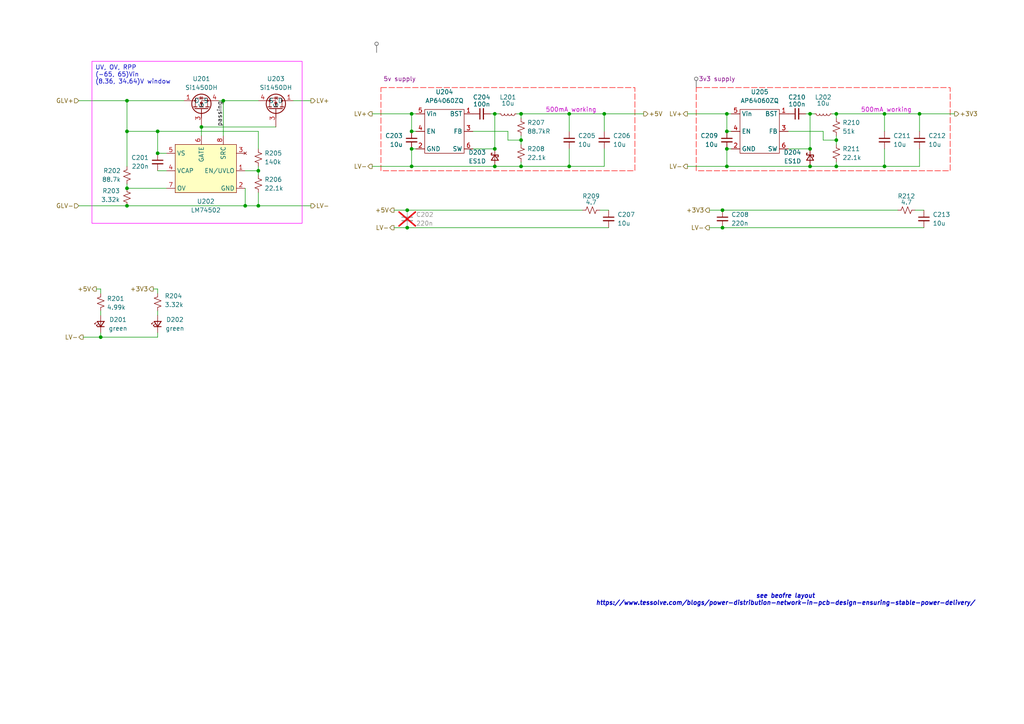
<source format=kicad_sch>
(kicad_sch (version 20250114) (generator "eeschema") (generator_version "9.0")
  (paper "A4")
  (title_block (title "BeeMS Master Board (A)") (rev "1.1") (company "UTA Racing") (comment 1 "Files at github.com/Gregification/BeeMS"))
  (lib_symbols
    (symbol "AP64060ZQ_1"
      (property "Reference" "U" (at 0.254 6.096 0))
      (property "Value" "AP64060ZQ" (at 0.508 3.81 0))
      (symbol "AP64060ZQ_1_0_1"
        (rectangle (start -5.08 2.54) (end 6.35 -10.16))
      )
      (symbol "AP64060ZQ_1_1_1"
        (pin input line (at -7.62 1.27 0) (length 2.54) (name "Vin") (number "5"))
        (pin input line (at -7.62 -3.81 0) (length 2.54) (name "EN") (number "4"))
        (pin input line (at -7.62 -8.89 0) (length 2.54) (name "GND") (number "2"))
        (pin input line (at 8.89 1.27 180) (length 2.54) (name "BST") (number "1"))
        (pin input line (at 8.89 -3.81 180) (length 2.54) (name "FB") (number "3"))
        (pin input line (at 8.89 -8.89 180) (length 2.54) (name "SW") (number "6"))
      )
    )
    (symbol "Device:C_Small" (pin_numbers (hide yes)) (pin_names (offset 0.254) (hide yes))
      (property "Reference" "C" (at 0.254 1.778 0))
      (property "Value" "C_Small" (at 0.254 -2.032 0))
      (symbol "C_Small_0_1"
        (polyline (pts (xy -1.524 0.508) (xy 1.524 0.508)) (stroke (width 0.3048)))
        (polyline (pts (xy -1.524 -0.508) (xy 1.524 -0.508)) (stroke (width 0.3302)))
      )
      (symbol "C_Small_1_1"
        (pin passive line (at 0 2.54 270) (length 2.032) (name "~") (number "1"))
        (pin passive line (at 0 -2.54 90) (length 2.032) (name "~") (number "2"))
      )
    )
    (symbol "Device:D_Schottky_Small" (pin_numbers (hide yes)) (pin_names (offset 0.254) (hide yes))
      (property "Reference" "D" (at -1.27 2.032 0))
      (property "Value" "D_Schottky_Small" (at -7.112 -2.032 0))
      (symbol "D_Schottky_Small_0_1"
        (polyline (pts (xy -1.27 0.762) (xy -1.27 1.016) (xy -0.762 1.016) (xy -0.762 -1.016) (xy -0.254 -1.016) (xy -0.254 -0.762)) (stroke (width 0.254)))
        (polyline (pts (xy -0.762 0) (xy 0.762 0)))
        (polyline (pts (xy 0.762 -1.016) (xy -0.762 0) (xy 0.762 1.016) (xy 0.762 -1.016)) (stroke (width 0.254)))
      )
      (symbol "D_Schottky_Small_1_1"
        (pin passive line (at -2.54 0 0) (length 1.778) (name "K") (number "1"))
        (pin passive line (at 2.54 0 180) (length 1.778) (name "A") (number "2"))
      )
    )
    (symbol "Device:LED_Small" (pin_numbers (hide yes)) (pin_names (offset 0.254) (hide yes))
      (property "Reference" "D" (at -1.27 3.175 0))
      (property "Value" "LED_Small" (at -4.445 -2.54 0))
      (symbol "LED_Small_0_1"
        (polyline (pts (xy -0.762 -1.016) (xy -0.762 1.016)) (stroke (width 0.254)))
        (polyline (pts (xy 0 0.762) (xy -0.508 1.27) (xy -0.254 1.27) (xy -0.508 1.27) (xy -0.508 1.016)))
        (polyline (pts (xy 0.508 1.27) (xy 0 1.778) (xy 0.254 1.778) (xy 0 1.778) (xy 0 1.524)))
        (polyline (pts (xy 0.762 -1.016) (xy -0.762 0) (xy 0.762 1.016) (xy 0.762 -1.016)) (stroke (width 0.254)))
        (polyline (pts (xy 1.016 0) (xy -0.762 0)))
      )
      (symbol "LED_Small_1_1"
        (pin passive line (at -2.54 0 0) (length 1.778) (name "K") (number "1"))
        (pin passive line (at 2.54 0 180) (length 1.778) (name "A") (number "2"))
      )
    )
    (symbol "Device:L_Small" (pin_numbers (hide yes)) (pin_names (offset 0.254) (hide yes))
      (property "Reference" "L" (at 0.762 1.016 0))
      (property "Value" "L_Small" (at 0.762 -1.016 0))
      (symbol "L_Small_0_1"
        (arc (start 0 2.032) (mid 0.5058 1.524) (end 0 1.016))
        (arc (start 0 1.016) (mid 0.5058 0.508) (end 0 0))
        (arc (start 0 0) (mid 0.5058 -0.508) (end 0 -1.016))
        (arc (start 0 -1.016) (mid 0.5058 -1.524) (end 0 -2.032))
      )
      (symbol "L_Small_1_1"
        (pin passive line (at 0 2.54 270) (length 0.508) (name "~") (number "1"))
        (pin passive line (at 0 -2.54 90) (length 0.508) (name "~") (number "2"))
      )
    )
    (symbol "Device:R_Small_US" (pin_numbers (hide yes)) (pin_names (offset 0.254) (hide yes))
      (property "Reference" "R" (at 0.762 0.508 0))
      (property "Value" "R_Small_US" (at 0.762 -1.016 0))
      (symbol "R_Small_US_1_1"
        (polyline (pts (xy 0 1.524) (xy 1.016 1.143) (xy 0 0.762) (xy -1.016 0.381) (xy 0 0)))
        (polyline (pts (xy 0 0) (xy 1.016 -0.381) (xy 0 -0.762) (xy -1.016 -1.143) (xy 0 -1.524)))
        (pin passive line (at 0 2.54 270) (length 1.016) (name "~") (number "1"))
        (pin passive line (at 0 -2.54 90) (length 1.016) (name "~") (number "2"))
      )
    )
    (symbol "zzLocalLibrary:LM74502"
      (property "Reference" "U" (at 0 -7.366 0))
      (property "Value" "LM74502" (at 0 -2.794 0))
      (symbol "LM74502_1_1"
        (rectangle (start -8.89 7.62) (end 8.89 -6.35) (fill (type background)))
        (pin input line (at -11.43 5.08 0) (length 2.54) (name "VS") (number "5"))
        (pin input line (at -11.43 0 0) (length 2.54) (name "VCAP") (number "4"))
        (pin input line (at -11.43 -5.08 0) (length 2.54) (name "OV") (number "7"))
        (pin input line (at -1.27 10.16 270) (length 2.54) (name "GATE") (number "6"))
        (pin input line (at 5.08 10.16 270) (length 2.54) (name "SRC") (number "8"))
        (pin no_connect line (at 11.43 5.08 180) (length 2.54) (name "") (number "3"))
        (pin input line (at 11.43 0 180) (length 2.54) (name "EN/UVLO") (number "1"))
        (pin input line (at 11.43 -5.08 180) (length 2.54) (name "GND") (number "2"))
      )
    )
    (symbol "zzLocalLibrary:Si1480DH"
      (property "Reference" "U" (at 0 0 0))
      (property "Value" "Si1450DH" (at 0 0 0))
      (symbol "Si1480DH_0_1"
        (polyline (pts (xy -2.54 -3.81) (xy -1.778 -3.81)))
        (polyline (pts (xy -2.286 -5.588) (xy -1.27 -5.588)) (stroke (width 0.254)))
        (polyline (pts (xy -1.905 -6.096) (xy 1.905 -6.096)) (stroke (width 0.254)))
        (circle (center -1.778 -3.81) (radius 0.254) (fill (type outline)))
        (polyline (pts (xy -0.508 -3.556) (xy -0.381 -3.429) (xy -0.381 -2.667) (xy -0.254 -2.54)))
        (polyline (pts (xy -0.508 -5.588) (xy 0.508 -5.588)) (stroke (width 0.254)))
        (polyline (pts (xy -0.381 -3.048) (xy 0.254 -3.429) (xy 0.254 -2.667) (xy -0.381 -3.048)))
        (circle (center 0 -4.699) (radius 2.794) (stroke (width 0.254)))
        (polyline (pts (xy 0 -5.334) (xy -0.381 -4.318) (xy 0.381 -4.318) (xy 0 -5.334)) (fill (type outline)))
        (polyline (pts (xy 0 -6.096) (xy 0 -8.89)))
        (polyline (pts (xy 1.27 -5.588) (xy 2.286 -5.588)) (stroke (width 0.254)))
        (circle (center 1.778 -3.81) (radius 0.254) (fill (type outline)))
        (polyline (pts (xy 1.778 -5.588) (xy 1.778 -3.048) (xy -1.778 -3.048) (xy -1.778 -5.588)))
        (polyline (pts (xy 2.54 -3.81) (xy 0 -3.81) (xy 0 -5.588)))
      )
      (symbol "Si1480DH_1_1"
        (pin passive line (at -5.08 -3.81 0) (length 2.54) (name "D") (number "1"))
        (pin passive line (at -5.08 -3.81 0) (length 2.54) (hide yes) (name "D") (number "2"))
        (pin passive line (at -5.08 -3.81 0) (length 2.54) (hide yes) (name "D") (number "5"))
        (pin passive line (at -5.08 -3.81 0) (length 2.54) (hide yes) (name "D") (number "6"))
        (pin input line (at 0 -11.43 90) (length 5.08) (name "G") (number "3"))
        (pin passive line (at 5.08 -3.81 180) (length 2.54) (name "S") (number "4"))
      )
    )
  )
  (text "see beofre layout\nhttps://www.tessolve.com/blogs/power-distribution-network-in-pcb-design-ensuring-stable-power-delivery/" (at 227.838 173.99 0) (effects (font (size 1.27 1.27) (thickness 0.254) (bold yes) (italic yes))))
  (text "500mA working" (at 158.242 31.242 0) (effects (font (size 1.27 1.27)) (justify left top)))
  (text "500mA working" (at 249.682 31.242 0) (effects (font (size 1.27 1.27)) (justify left top)))
  (text_box "UV, OV, RPP\n(-65, 65)Vin\n(8.36, 34.64)V window" (at 26.67 17.78 0) (size 60.96 46.99) (margins 0.9525 0.9525 0.9525 0.9525) (stroke (width 0) (color 255 0 255 1)) (effects (font (size 1.27 1.27)) (justify left top)))
  (junction (at 58.42 36.83))
  (junction (at 143.51 43.18))
  (junction (at 45.72 44.45))
  (junction (at 119.38 38.1))
  (junction (at 143.51 33.02))
  (junction (at 151.13 48.26))
  (junction (at 242.57 40.64))
  (junction (at 234.95 43.18))
  (junction (at 143.51 48.26))
  (junction (at 210.82 48.26))
  (junction (at 266.7 33.02))
  (junction (at 242.57 33.02))
  (junction (at 256.54 48.26))
  (junction (at 36.83 54.61))
  (junction (at 36.83 38.1))
  (junction (at 36.83 59.69))
  (junction (at 210.82 38.1))
  (junction (at 210.82 43.18))
  (junction (at 118.11 66.04))
  (junction (at 119.38 33.02))
  (junction (at 119.38 43.18))
  (junction (at 151.13 40.64))
  (junction (at 165.1 48.26))
  (junction (at 175.26 33.02))
  (junction (at 210.82 33.02))
  (junction (at 29.21 97.79))
  (junction (at 256.54 33.02))
  (junction (at 242.57 48.26))
  (junction (at 165.1 33.02))
  (junction (at 234.95 48.26))
  (junction (at 71.12 59.69))
  (junction (at 74.93 59.69))
  (junction (at 151.13 33.02))
  (junction (at 45.72 38.1))
  (junction (at 119.38 48.26))
  (junction (at 209.55 60.96))
  (junction (at 74.93 49.53))
  (junction (at 36.83 29.21))
  (junction (at 118.11 60.96))
  (junction (at 209.55 66.04))
  (junction (at 234.95 33.02))
  (junction (at 64.77 29.21))
  (wire (pts (xy 22.86 59.69) (xy 36.83 59.69)))
  (wire (pts (xy 175.26 43.18) (xy 175.26 48.26)))
  (wire (pts (xy 74.93 49.53) (xy 74.93 50.8)))
  (wire (pts (xy 205.74 66.04) (xy 209.55 66.04)))
  (wire (pts (xy 58.42 36.83) (xy 58.42 39.37)))
  (wire (pts (xy 118.11 66.04) (xy 176.53 66.04)))
  (wire (pts (xy 205.74 60.96) (xy 209.55 60.96)))
  (wire (pts (xy 107.95 33.02) (xy 119.38 33.02)))
  (wire (pts (xy 114.3 60.96) (xy 118.11 60.96)))
  (wire (pts (xy 199.39 33.02) (xy 210.82 33.02)))
  (wire (pts (xy 63.5 29.21) (xy 64.77 29.21)))
  (wire (pts (xy 242.57 34.29) (xy 242.57 33.02)))
  (wire (pts (xy 119.38 33.02) (xy 120.65 33.02)))
  (wire (pts (xy 74.93 59.69) (xy 90.17 59.69)))
  (wire (pts (xy 234.95 33.02) (xy 236.22 33.02)))
  (wire (pts (xy 266.7 43.18) (xy 266.7 48.26)))
  (wire (pts (xy 119.38 48.26) (xy 143.51 48.26)))
  (wire (pts (xy 228.6 43.18) (xy 234.95 43.18)))
  (wire (pts (xy 45.72 38.1) (xy 45.72 44.45)))
  (wire (pts (xy 45.72 83.82) (xy 45.72 85.09)))
  (wire (pts (xy 29.21 97.79) (xy 29.21 96.52)))
  (wire (pts (xy 151.13 34.29) (xy 151.13 33.02)))
  (wire (pts (xy 242.57 33.02) (xy 256.54 33.02)))
  (wire (pts (xy 173.99 60.96) (xy 176.53 60.96)))
  (wire (pts (xy 256.54 33.02) (xy 266.7 33.02)))
  (wire (pts (xy 120.65 38.1) (xy 119.38 38.1)))
  (wire (pts (xy 151.13 46.99) (xy 151.13 48.26)))
  (wire (pts (xy 107.95 48.26) (xy 119.38 48.26)))
  (wire (pts (xy 151.13 33.02) (xy 165.1 33.02)))
  (wire (pts (xy 147.32 40.64) (xy 151.13 40.64)))
  (wire (pts (xy 36.83 59.69) (xy 71.12 59.69)))
  (wire (pts (xy 149.86 33.02) (xy 151.13 33.02)))
  (wire (pts (xy 71.12 49.53) (xy 74.93 49.53)))
  (wire (pts (xy 151.13 40.64) (xy 151.13 41.91)))
  (wire (pts (xy 143.51 33.02) (xy 142.24 33.02)))
  (wire (pts (xy 58.42 36.83) (xy 80.01 36.83)))
  (wire (pts (xy 165.1 48.26) (xy 165.1 43.18)))
  (wire (pts (xy 85.09 29.21) (xy 90.17 29.21)))
  (wire (pts (xy 266.7 33.02) (xy 266.7 38.1)))
  (wire (pts (xy 234.95 33.02) (xy 233.68 33.02)))
  (wire (pts (xy 45.72 38.1) (xy 36.83 38.1)))
  (wire (pts (xy 256.54 33.02) (xy 256.54 38.1)))
  (wire (pts (xy 209.55 60.96) (xy 260.35 60.96)))
  (wire (pts (xy 165.1 33.02) (xy 165.1 38.1)))
  (wire (pts (xy 71.12 59.69) (xy 71.12 54.61)))
  (wire (pts (xy 44.45 83.82) (xy 45.72 83.82)))
  (wire (pts (xy 22.86 29.21) (xy 36.83 29.21)))
  (wire (pts (xy 36.83 53.34) (xy 36.83 54.61)))
  (wire (pts (xy 256.54 48.26) (xy 266.7 48.26)))
  (wire (pts (xy 151.13 48.26) (xy 165.1 48.26)))
  (wire (pts (xy 27.94 83.82) (xy 29.21 83.82)))
  (wire (pts (xy 212.09 43.18) (xy 210.82 43.18)))
  (wire (pts (xy 242.57 48.26) (xy 256.54 48.26)))
  (wire (pts (xy 210.82 48.26) (xy 234.95 48.26)))
  (wire (pts (xy 45.72 91.44) (xy 45.72 90.17)))
  (wire (pts (xy 265.43 60.96) (xy 267.97 60.96)))
  (wire (pts (xy 74.93 48.26) (xy 74.93 49.53)))
  (wire (pts (xy 175.26 33.02) (xy 186.69 33.02)))
  (wire (pts (xy 36.83 54.61) (xy 48.26 54.61)))
  (wire (pts (xy 266.7 33.02) (xy 276.86 33.02)))
  (wire (pts (xy 228.6 38.1) (xy 238.76 38.1)))
  (wire (pts (xy 256.54 48.26) (xy 256.54 43.18)))
  (wire (pts (xy 238.76 38.1) (xy 238.76 40.64)))
  (wire (pts (xy 238.76 40.64) (xy 242.57 40.64)))
  (wire (pts (xy 199.39 48.26) (xy 210.82 48.26)))
  (wire (pts (xy 210.82 43.18) (xy 210.82 48.26)))
  (wire (pts (xy 242.57 46.99) (xy 242.57 48.26)))
  (wire (pts (xy 137.16 43.18) (xy 143.51 43.18)))
  (wire (pts (xy 45.72 49.53) (xy 48.26 49.53)))
  (wire (pts (xy 137.16 38.1) (xy 147.32 38.1)))
  (wire (pts (xy 29.21 83.82) (xy 29.21 85.09)))
  (wire (pts (xy 120.65 43.18) (xy 119.38 43.18)))
  (wire (pts (xy 165.1 33.02) (xy 175.26 33.02)))
  (wire (pts (xy 242.57 40.64) (xy 242.57 41.91)))
  (wire (pts (xy 36.83 29.21) (xy 36.83 38.1)))
  (wire (pts (xy 212.09 38.1) (xy 210.82 38.1)))
  (wire (pts (xy 29.21 91.44) (xy 29.21 90.17)))
  (wire (pts (xy 143.51 33.02) (xy 144.78 33.02)))
  (wire (pts (xy 36.83 29.21) (xy 53.34 29.21)))
  (wire (pts (xy 64.77 29.21) (xy 74.93 29.21)))
  (wire (pts (xy 36.83 38.1) (xy 36.83 48.26)))
  (wire (pts (xy 241.3 33.02) (xy 242.57 33.02)))
  (wire (pts (xy 74.93 38.1) (xy 45.72 38.1)))
  (wire (pts (xy 45.72 97.79) (xy 45.72 96.52)))
  (wire (pts (xy 175.26 33.02) (xy 175.26 38.1)))
  (wire (pts (xy 210.82 33.02) (xy 212.09 33.02)))
  (wire (pts (xy 210.82 38.1) (xy 210.82 33.02)))
  (wire (pts (xy 45.72 44.45) (xy 48.26 44.45)))
  (wire (pts (xy 209.55 66.04) (xy 267.97 66.04)))
  (wire (pts (xy 234.95 33.02) (xy 234.95 43.18)))
  (wire (pts (xy 119.38 43.18) (xy 119.38 48.26)))
  (wire (pts (xy 147.32 38.1) (xy 147.32 40.64)))
  (wire (pts (xy 118.11 60.96) (xy 168.91 60.96)))
  (wire (pts (xy 74.93 38.1) (xy 74.93 43.18)))
  (wire (pts (xy 151.13 39.37) (xy 151.13 40.64)))
  (wire (pts (xy 64.77 29.21) (xy 64.77 39.37)))
  (wire (pts (xy 234.95 48.26) (xy 242.57 48.26)))
  (wire (pts (xy 114.3 66.04) (xy 118.11 66.04)))
  (wire (pts (xy 165.1 48.26) (xy 175.26 48.26)))
  (wire (pts (xy 242.57 39.37) (xy 242.57 40.64)))
  (wire (pts (xy 71.12 59.69) (xy 74.93 59.69)))
  (wire (pts (xy 29.21 97.79) (xy 45.72 97.79)))
  (wire (pts (xy 143.51 33.02) (xy 143.51 43.18)))
  (wire (pts (xy 143.51 48.26) (xy 151.13 48.26)))
  (wire (pts (xy 119.38 38.1) (xy 119.38 33.02)))
  (wire (pts (xy 74.93 55.88) (xy 74.93 59.69)))
  (wire (pts (xy 24.13 97.79) (xy 29.21 97.79)))
  (label "passing" (at 64.77 29.21 270))
  (hierarchical_label "+5V" (shape output) (at 27.94 83.82 180))
  (hierarchical_label "LV-" (shape output) (at 199.39 48.26 180))
  (hierarchical_label "LV-" (shape output) (at 114.3 66.04 180))
  (hierarchical_label "LV-" (shape output) (at 24.13 97.79 180))
  (hierarchical_label "+3V3" (shape output) (at 44.45 83.82 180))
  (hierarchical_label "GLV-" (shape input) (at 22.86 59.69 180))
  (hierarchical_label "+3V3" (shape output) (at 205.74 60.96 180))
  (hierarchical_label "LV+" (shape output) (at 199.39 33.02 180))
  (hierarchical_label "LV+" (shape output) (at 90.17 29.21 0))
  (hierarchical_label "LV+" (shape output) (at 107.95 33.02 180))
  (hierarchical_label "GLV+" (shape input) (at 22.86 29.21 180))
  (hierarchical_label "+5V" (shape output) (at 114.3 60.96 180))
  (hierarchical_label "+3V3" (shape output) (at 276.86 33.02 0))
  (hierarchical_label "+5V" (shape output) (at 186.69 33.02 0))
  (hierarchical_label "LV-" (shape output) (at 107.95 48.26 180))
  (hierarchical_label "LV-" (shape output) (at 205.74 66.04 180))
  (hierarchical_label "LV-" (shape output) (at 90.17 59.69 0))
  (rule_area (polyline (pts (xy 201.93 25.4) (xy 275.59 25.4) (xy 275.59 49.53) (xy 201.93 49.53)) (stroke (width 0) (type dash))))
  (rule_area (polyline (pts (xy 110.49 25.4) (xy 184.15 25.4) (xy 184.15 49.53) (xy 110.49 49.53)) (stroke (width 0) (type dash))))
  (netclass_flag "" (length 2.54) (shape round) (at 201.93 25.4 0) (property "Netclass" "3v3 supply" (at 202.6285 22.86 0) (effects (justify left))) (property "Component Class" "lv buck" (at 199.39 -149.86 90) (effects (font (italic yes)))))
  (netclass_flag "" (length 2.54) (shape round) (at 109.22 15.24 0) (property "Netclass" "5v supply" (at 111.1885 22.86 0) (effects (justify left))) (property "Component Class" "lv buck" (at 106.68 -160.02 90) (effects (font (italic yes)))))
  (symbol (lib_id "Device:R_Small_US") (at 151.13 44.45 180) (unit 1)
    (property "Reference" "R208" (at 152.908 43.18 0) (effects (justify right)))
    (property "Value" "22.1k" (at 152.908 45.72 0) (effects (justify right)))
    (property "Footprint" "Resistor_SMD:R_0805_2012Metric_Pad1.20x1.40mm_HandSolder" (effects (hide yes)))
    (property "Description" "Resistor, US symbol" (effects (hide yes)))
    (property "mouser" "https://www.mouser.com/ProductDetail/YAGEO/AC0805FR-0722K1L?qs=sGAEpiMZZMvdGkrng054txZnKwhPFOhA%2Fb1BRlUBP24%3D" (effects (hide yes)))
    (property "specs" "22.1kR, 1%, 125mW, 150V, 100ppm, -55C, +155C" (effects (hide yes)))
    (property "unit x10" "0.011" (effects (hide yes)))
    (property "unit x1" "0.10" (effects (hide yes)))
  )
  (symbol (lib_id "Device:L_Small") (at 238.76 33.02 270) (unit 1)
    (property "Reference" "L202" (at 238.76 28.194 90))
    (property "Value" "10u" (at 238.76 29.972 90))
    (property "Footprint" "Inductor_SMD:L_1210_3225Metric_Pad1.42x2.65mm_HandSolder" (effects (hide yes)))
    (property "Description" "Inductor, small symbol" (effects (hide yes)))
    (property "specs" "10uH, 172mR, semi-sh , 900mA max, 900mA sat, 23MHz s-rez" (effects (hide yes)))
    (property "mouser" "https://www.mouser.com/ProductDetail/TAIYO-YUDEN/CBC3225T100KR?qs=I6KAKw0tg2xBtBHDie3dYA%3D%3D" (effects (hide yes)))
    (property "unit x10" "0.156" (effects (hide yes)))
    (property "unit x1" "0.19" (effects (hide yes)))
  )
  (symbol (lib_name "AP64060ZQ_1") (lib_id "zzLocalLibrary:AP64060ZQ") (at 219.71 34.29 0) (unit 1)
    (property "Reference" "U205" (at 220.345 26.67 0))
    (property "Value" "AP64060ZQ" (at 220.345 29.21 0))
    (property "Footprint" "Package_TO_SOT_SMD:TSOT-23-6" (effects (hide yes)))
    (property "Datasheet" "https://www.diodes.com/datasheet/download/AP64060Q_AP64060TQ_AP64060ZQ.pdf" (effects (hide yes)))
    (property "mouser" "https://www.mouser.com/ProductDetail/Diodes-Incorporated/AP64060ZQWU-7?qs=savM97goi5j31AksU5P1Gg%3D%3D" (effects (hide yes)))
    (property "unit x10" "0.325" (effects (hide yes)))
    (property "unit x1" "0.46" (effects (hide yes)))
    (property "note" "different versions have different R-divider ratios for output" (effects (hide yes)))
  )
  (symbol (lib_id "Device:C_Small") (at 118.11 63.5 0) (unit 1) (in_bom no) (on_board no) (dnp yes)
    (property "Reference" "C202" (at 120.65 62.2362 0) (effects (justify left)))
    (property "Value" "220n" (at 120.65 64.7762 0) (effects (justify left)))
    (property "Footprint" "Capacitor_SMD:C_0805_2012Metric_Pad1.18x1.45mm_HandSolder" (effects (hide yes)))
    (property "Datasheet" "https://www.mouser.com/ProductDetail/Samsung-Electro-Mechanics/CL31B224KBFNNNF?qs=sGAEpiMZZMsh%252B1woXyUXj7iNKXiFkBmw7C%252BUlKpuDJ8%3D" (effects (hide yes)))
    (property "mouser" "https://www.mouser.com/ProductDetail/Samsung-Electro-Mechanics/CL21B224KCFSFNE?qs=664zcAxDQ0l4Y1eUk6Zc1g%3D%3D" (effects (hide yes)))
    (property "specs" "100VDC, X7R, 10%, -55C, +125C, 220nF" (effects (hide yes)))
    (property "unit x10" "0.054" (effects (hide yes)))
  )
  (symbol (lib_id "Device:C_Small") (at 231.14 33.02 90) (unit 1)
    (property "Reference" "C210" (at 231.14 28.194 90))
    (property "Value" "100n" (at 231.14 30.226 90))
    (property "Footprint" "Capacitor_SMD:C_1206_3216Metric_Pad1.33x1.80mm_HandSolder" (effects (hide yes)))
    (property "mouser" "https://www.mouser.com/ProductDetail/Walsin/1206B104K201CT?qs=fIkAfuXiAQKvqIFf8la7zg%3D%3D" (effects (hide yes)))
    (property "specs" "100nF, 200VDC, X7R, 10%, -55C, +125C" (effects (hide yes)))
    (property "unit x10" "0.045" (effects (hide yes)))
    (property "unit x1" "0.11" (effects (hide yes)))
  )
  (symbol (lib_id "Device:C_Small") (at 256.54 40.64 0) (unit 1)
    (property "Reference" "C211" (at 259.08 39.3762 0) (effects (justify left)))
    (property "Value" "10u" (at 259.08 41.9162 0) (effects (justify left)))
    (property "Footprint" "Capacitor_SMD:C_1206_3216Metric_Pad1.33x1.80mm_HandSolder" (effects (hide yes)))
    (property "mouser" "https://www.mouser.com/ProductDetail/Samsung-Electro-Mechanics/CL31A106KBHNNNE?qs=sGAEpiMZZMsh%252B1woXyUXjxqcB7t9naYpzWmpMbMJIKQ%3D" (effects (hide yes)))
    (property "specs" "10uF, 50VDC, X5R, 10%, -55C, +85C" (effects (hide yes)))
    (property "unit x10" "0.07" (effects (hide yes)))
  )
  (symbol (lib_id "Device:C_Small") (at 175.26 40.64 0) (unit 1)
    (property "Reference" "C206" (at 177.8 39.3762 0) (effects (justify left)))
    (property "Value" "10u" (at 177.8 41.9162 0) (effects (justify left)))
    (property "Footprint" "Capacitor_SMD:C_1206_3216Metric_Pad1.33x1.80mm_HandSolder" (effects (hide yes)))
    (property "mouser" "https://www.mouser.com/ProductDetail/Samsung-Electro-Mechanics/CL31A106KBHNNNE?qs=sGAEpiMZZMsh%252B1woXyUXjxqcB7t9naYpzWmpMbMJIKQ%3D" (effects (hide yes)))
    (property "specs" "10uF, 50VDC, X5R, 10%, -55C, +85C" (effects (hide yes)))
    (property "unit x10" "0.07" (effects (hide yes)))
  )
  (symbol (lib_id "Device:L_Small") (at 147.32 33.02 270) (unit 1)
    (property "Reference" "L201" (at 147.32 28.194 90))
    (property "Value" "10u" (at 147.32 29.972 90))
    (property "Footprint" "Inductor_SMD:L_1210_3225Metric_Pad1.42x2.65mm_HandSolder" (effects (hide yes)))
    (property "Description" "Inductor, small symbol" (effects (hide yes)))
    (property "specs" "10uH, 172mR, semi-sh , 900mA max, 900mA sat, 23MHz s-rez" (effects (hide yes)))
    (property "mouser" "https://www.mouser.com/ProductDetail/TAIYO-YUDEN/CBC3225T100KR?qs=I6KAKw0tg2xBtBHDie3dYA%3D%3D" (effects (hide yes)))
    (property "unit x10" "0.156" (effects (hide yes)))
    (property "unit x1" "0.19" (effects (hide yes)))
  )
  (symbol (lib_id "zzLocalLibrary:Si1480DH") (at 58.42 25.4 0) (unit 1)
    (property "Reference" "U201" (at 58.42 22.86 0))
    (property "Value" "Si1450DH" (at 58.42 25.4 0))
    (property "Footprint" "Package_TO_SOT_SMD:SOT-363_SC-70-6_Handsoldering" (effects (hide yes)))
    (property "Datasheet" "https://www.vishay.com/docs/67327/si1480dh.pdf" (effects (hide yes)))
    (property "specs" "2.6A cont, 200mOhm, 100Vds, +-20Vgs, -55C, +150C" (effects (hide yes)))
    (property "mouser" "https://www.mouser.com/ProductDetail/Vishay-Siliconix/SI1480DH-T1-BE3?qs=zW32dvEIR3scWOH7DHfYCg%3D%3D" (effects (hide yes)))
    (property "unit x10" "0.274" (effects (hide yes)))
    (property "unit x1" "0.34" (effects (hide yes)))
  )
  (symbol (lib_id "Device:R_Small_US") (at 151.13 36.83 180) (unit 1)
    (property "Reference" "R207" (at 152.908 35.56 0) (effects (justify right)))
    (property "Value" "88.7kR" (at 152.908 38.1 0) (effects (justify right)))
    (property "Footprint" "Resistor_SMD:R_0805_2012Metric_Pad1.20x1.40mm_HandSolder" (effects (hide yes)))
    (property "Description" "Resistor, US symbol" (effects (hide yes)))
    (property "mouser" "https://www.mouser.com/ProductDetail/YAGEO/AC0805FR-0788K7L?qs=sGAEpiMZZMvdGkrng054txZnKwhPFOhAEd4B%2FsmRVts%3D" (effects (hide yes)))
    (property "specs" "88.7kR, 125mW, 150V, 100ppm, 1%, -55C, +155C" (effects (hide yes)))
    (property "unit x10" "0.011" (effects (hide yes)))
    (property "unit x1" "0.01" (effects (hide yes)))
  )
  (symbol (lib_id "Device:LED_Small") (at 29.21 93.98 90) (unit 1)
    (property "Reference" "D201" (at 34.2265 92.71 90))
    (property "Value" "green" (at 34.2265 95.25 90))
    (property "Footprint" "LED_SMD:LED_0805_2012Metric_Pad1.15x1.40mm_HandSolder" (effects (hide yes)))
    (property "Description" "Light emitting diode, small symbol" (effects (hide yes)))
    (property "specs" "5mA, 90mW, 2.5Vf, 5Vr, 525nm, 230mcd" (effects (hide yes)))
    (property "mouser" "https://www.mouser.com/ProductDetail/Inolux/IN-S85CS5G?qs=stqOd1AaK78kgbAhYU96ww%3D%3D" (effects (hide yes)))
    (property "unit x10" "0.187" (effects (hide yes)))
    (property "unit x1" "0.27" (effects (hide yes)))
  )
  (symbol (lib_id "Device:C_Small") (at 266.7 40.64 0) (unit 1)
    (property "Reference" "C212" (at 269.24 39.3762 0) (effects (justify left)))
    (property "Value" "10u" (at 269.24 41.9162 0) (effects (justify left)))
    (property "Footprint" "Capacitor_SMD:C_1206_3216Metric_Pad1.33x1.80mm_HandSolder" (effects (hide yes)))
    (property "mouser" "https://www.mouser.com/ProductDetail/Samsung-Electro-Mechanics/CL31A106KBHNNNE?qs=sGAEpiMZZMsh%252B1woXyUXjxqcB7t9naYpzWmpMbMJIKQ%3D" (effects (hide yes)))
    (property "specs" "10uF, 50VDC, X5R, 10%, -55C, +85C" (effects (hide yes)))
    (property "unit x10" "0.07" (effects (hide yes)))
  )
  (symbol (lib_id "Device:LED_Small") (at 45.72 93.98 90) (unit 1)
    (property "Reference" "D202" (at 50.7365 92.71 90))
    (property "Value" "green" (at 50.7365 95.25 90))
    (property "Footprint" "LED_SMD:LED_0805_2012Metric_Pad1.15x1.40mm_HandSolder" (effects (hide yes)))
    (property "Description" "Light emitting diode, small symbol" (effects (hide yes)))
    (property "specs" "5mA, 90mW, 2.5Vf, 5Vr, 525nm, 230mcd" (effects (hide yes)))
    (property "mouser" "https://www.mouser.com/ProductDetail/Inolux/IN-S85CS5G?qs=stqOd1AaK78kgbAhYU96ww%3D%3D" (effects (hide yes)))
    (property "unit x10" "0.187" (effects (hide yes)))
    (property "unit x1" "0.27" (effects (hide yes)))
  )
  (symbol (lib_id "Device:R_Small_US") (at 74.93 45.72 180) (unit 1)
    (property "Reference" "R205" (at 76.708 44.45 0) (effects (justify right)))
    (property "Value" "140k" (at 76.708 46.99 0) (effects (justify right)))
    (property "Footprint" "Resistor_SMD:R_0805_2012Metric_Pad1.20x1.40mm_HandSolder" (effects (hide yes)))
    (property "Description" "Resistor, US symbol" (effects (hide yes)))
    (property "mouser" "https://www.mouser.com/ProductDetail/Vishay/CRCW0805140KFKEA?qs=sGAEpiMZZMvdGkrng054txEw7b1YnvGux3M%252BRoZPq4Q%3D" (effects (hide yes)))
    (property "specs" "140k ohm, 250mW, 150V, 1%, 100ppm, -55C, +155C" (effects (hide yes)))
    (property "unit x10" "0.026" (effects (hide yes)))
    (property "unit x1" "0.10" (effects (hide yes)))
  )
  (symbol (lib_id "Device:R_Small_US") (at 262.89 60.96 270) (unit 1)
    (property "Reference" "R212" (at 262.89 56.896 90))
    (property "Value" "4.7" (at 262.89 58.674 90))
    (property "Footprint" "Resistor_SMD:R_1206_3216Metric_Pad1.30x1.75mm_HandSolder" (effects (hide yes)))
    (property "Description" "Resistor, US symbol" (effects (hide yes)))
    (property "mouser" "https://www.mouser.com/ProductDetail/SEI-Stackpole/RPC1206JT4R70-UP?qs=sGAEpiMZZMvdGkrng054txLI%2FDB4oIKDXtdLgSWjnqmlrhSMIqpoQw%3D%3D" (effects (hide yes)))
    (property "specs" "4.7 ohm, 750mW, 500V, pulse, 5% 200ppm, -55C, +155C" (effects (hide yes)))
    (property "unit x10" "0.058" (effects (hide yes)))
    (property "unit x1" "0.24" (effects (hide yes)))
  )
  (symbol (lib_id "Device:R_Small_US") (at 171.45 60.96 270) (unit 1)
    (property "Reference" "R209" (at 171.45 56.896 90))
    (property "Value" "4.7" (at 171.45 58.674 90))
    (property "Footprint" "Resistor_SMD:R_1206_3216Metric_Pad1.30x1.75mm_HandSolder" (effects (hide yes)))
    (property "Description" "Resistor, US symbol" (effects (hide yes)))
    (property "mouser" "https://www.mouser.com/ProductDetail/SEI-Stackpole/RPC1206JT4R70-UP?qs=sGAEpiMZZMvdGkrng054txLI%2FDB4oIKDXtdLgSWjnqmlrhSMIqpoQw%3D%3D" (effects (hide yes)))
    (property "specs" "4.7 ohm, 750mW, 500V, pulse, 5% 200ppm, -55C, +155C" (effects (hide yes)))
    (property "unit x10" "0.058" (effects (hide yes)))
    (property "unit x1" "0.24" (effects (hide yes)))
  )
  (symbol (lib_id "zzLocalLibrary:LM74502") (at 59.69 49.53 0) (unit 1)
    (property "Reference" "U202" (at 59.69 58.42 0))
    (property "Value" "LM74502" (at 59.69 60.96 0))
    (property "Footprint" "Package_TO_SOT_SMD:SOT-23-8_Handsoldering" (effects (hide yes)))
    (property "Datasheet" "https://www.ti.com/lit/ds/symlink/lm74502h.pdf" (effects (hide yes)))
    (property "Description" "Low IQ High Side Switch Controller with Reverse Polarity and Overvoltage Protection" (effects (hide yes)))
    (property "mouser" "https://www.mouser.com/ProductDetail/Texas-Instruments/LM74502QDDFRQ1?qs=t7xnP681wgUL5Js0bhGeCA%3D%3D" (effects (hide yes)))
    (property "unit x1" "2.04" (effects (hide yes)))
    (property "unirt x10" "1.51" (effects (hide yes)))
  )
  (symbol (lib_id "Device:R_Small_US") (at 36.83 50.8 0) (mirror x) (unit 1)
    (property "Reference" "R202" (at 35.052 49.53 0) (effects (justify right)))
    (property "Value" "88.7k" (at 35.052 52.07 0) (effects (justify right)))
    (property "Footprint" "Resistor_SMD:R_0805_2012Metric_Pad1.20x1.40mm_HandSolder" (effects (hide yes)))
    (property "Description" "Resistor, US symbol" (effects (hide yes)))
    (property "mouser" "https://www.mouser.com/ProductDetail/YAGEO/AC0805FR-0788K7L?qs=sGAEpiMZZMvdGkrng054txZnKwhPFOhAEd4B%2FsmRVts%3D" (effects (hide yes)))
    (property "specs" "88.7kR, 125mW, 150V, 100ppm, 1%, -55C, +155C" (effects (hide yes)))
    (property "unit x10" "0.011" (effects (hide yes)))
    (property "unit x1" "0.01" (effects (hide yes)))
  )
  (symbol (lib_id "Device:C_Small") (at 267.97 63.5 0) (unit 1)
    (property "Reference" "C213" (at 270.51 62.2362 0) (effects (justify left)))
    (property "Value" "10u" (at 270.51 64.7762 0) (effects (justify left)))
    (property "Footprint" "Capacitor_SMD:C_1206_3216Metric_Pad1.33x1.80mm_HandSolder" (effects (hide yes)))
    (property "mouser" "https://www.mouser.com/ProductDetail/Samsung-Electro-Mechanics/CL31A106KBHNNNE?qs=sGAEpiMZZMsh%252B1woXyUXjxqcB7t9naYpzWmpMbMJIKQ%3D" (effects (hide yes)))
    (property "specs" "10uF, 50VDC, X5R, 10%, -55C, +85C" (effects (hide yes)))
    (property "unit x10" "0.07" (effects (hide yes)))
  )
  (symbol (lib_id "Device:C_Small") (at 139.7 33.02 90) (unit 1)
    (property "Reference" "C204" (at 139.7 28.194 90))
    (property "Value" "100n" (at 139.7 30.226 90))
    (property "Footprint" "Capacitor_SMD:C_1206_3216Metric_Pad1.33x1.80mm_HandSolder" (effects (hide yes)))
    (property "mouser" "https://www.mouser.com/ProductDetail/Walsin/1206B104K201CT?qs=fIkAfuXiAQKvqIFf8la7zg%3D%3D" (effects (hide yes)))
    (property "specs" "100nF, 200VDC, X7R, 10%, -55C, +125C" (effects (hide yes)))
    (property "unit x10" "0.045" (effects (hide yes)))
    (property "unit x1" "0.11" (effects (hide yes)))
  )
  (symbol (lib_id "Device:R_Small_US") (at 242.57 44.45 180) (unit 1)
    (property "Reference" "R211" (at 244.348 43.18 0) (effects (justify right)))
    (property "Value" "22.1k" (at 244.348 45.72 0) (effects (justify right)))
    (property "Footprint" "Resistor_SMD:R_0805_2012Metric_Pad1.20x1.40mm_HandSolder" (effects (hide yes)))
    (property "Description" "Resistor, US symbol" (effects (hide yes)))
    (property "mouser" "https://www.mouser.com/ProductDetail/YAGEO/AC0805FR-0722K1L?qs=sGAEpiMZZMvdGkrng054txZnKwhPFOhA%2Fb1BRlUBP24%3D" (effects (hide yes)))
    (property "specs" "22.1kR, 1%, 125mW, 150V, 100ppm, -55C, +155C" (effects (hide yes)))
    (property "unit x10" "0.011" (effects (hide yes)))
    (property "unit x1" "0.10" (effects (hide yes)))
  )
  (symbol (lib_id "Device:C_Small") (at 119.38 40.64 0) (mirror y) (unit 1)
    (property "Reference" "C203" (at 116.84 39.3762 0) (effects (justify left)))
    (property "Value" "10u" (at 116.84 41.9162 0) (effects (justify left)))
    (property "Footprint" "Capacitor_SMD:C_1206_3216Metric_Pad1.33x1.80mm_HandSolder" (effects (hide yes)))
    (property "mouser" "https://www.mouser.com/ProductDetail/Samsung-Electro-Mechanics/CL31A106KBHNNNE?qs=sGAEpiMZZMsh%252B1woXyUXjxqcB7t9naYpzWmpMbMJIKQ%3D" (effects (hide yes)))
    (property "specs" "10uF, 50VDC, X5R, 10%, -55C, +85C" (effects (hide yes)))
    (property "unit x10" "0.07" (effects (hide yes)))
  )
  (symbol (lib_id "Device:R_Small_US") (at 242.57 36.83 180) (unit 1)
    (property "Reference" "R210" (at 244.348 35.56 0) (effects (justify right)))
    (property "Value" "51k" (at 244.348 38.1 0) (effects (justify right)))
    (property "Footprint" "Resistor_SMD:R_0805_2012Metric_Pad1.20x1.40mm_HandSolder" (effects (hide yes)))
    (property "Description" "Resistor, US symbol" (effects (hide yes)))
    (property "mouser" "https://www.mouser.com/ProductDetail/YAGEO/RC0805FR-0751KL?qs=sGAEpiMZZMvdGkrng054t8AJgcdMkx7x7tQBjPKHhxY%3D" (effects (hide yes)))
    (property "specs" "51kR, 1%, 125mW, 150V, 100ppm, -55C, +155C" (effects (hide yes)))
    (property "unit x10" "0.008" (effects (hide yes)))
    (property "unit x1" "0.10" (effects (hide yes)))
  )
  (symbol (lib_id "Device:R_Small_US") (at 45.72 87.63 0) (mirror x) (unit 1)
    (property "Reference" "R204" (at 47.752 85.852 0) (effects (justify left)))
    (property "Value" "3.32k" (at 47.752 88.392 0) (effects (justify left)))
    (property "Footprint" "Resistor_SMD:R_0805_2012Metric_Pad1.20x1.40mm_HandSolder" (effects (hide yes)))
    (property "Description" "Resistor, US symbol" (effects (hide yes)))
    (property "mouser" "https://www.mouser.com/ProductDetail/Walsin/WR08X3321FTL?qs=sGAEpiMZZMvdGkrng054twKDKoBh%252BscnhzVUopLjNIsmzZlnTa4U1w%3D%3D" (effects (hide yes)))
    (property "specs" "3.32kOhm, 1%, 150V, 125mW, 100ppm, -55C, 155C" (effects (hide yes)))
    (property "unit x1" "0.10" (effects (hide yes)))
    (property "unit x10" "0.019" (effects (hide yes)))
  )
  (symbol (lib_id "Device:C_Small") (at 176.53 63.5 0) (unit 1)
    (property "Reference" "C207" (at 179.07 62.2362 0) (effects (justify left)))
    (property "Value" "10u" (at 179.07 64.7762 0) (effects (justify left)))
    (property "Footprint" "Capacitor_SMD:C_1206_3216Metric_Pad1.33x1.80mm_HandSolder" (effects (hide yes)))
    (property "mouser" "https://www.mouser.com/ProductDetail/Samsung-Electro-Mechanics/CL31A106KBHNNNE?qs=sGAEpiMZZMsh%252B1woXyUXjxqcB7t9naYpzWmpMbMJIKQ%3D" (effects (hide yes)))
    (property "specs" "10uF, 50VDC, X5R, 10%, -55C, +85C" (effects (hide yes)))
    (property "unit x10" "0.07" (effects (hide yes)))
  )
  (symbol (lib_id "Device:D_Schottky_Small") (at 234.95 45.72 90) (mirror x) (unit 1)
    (property "Reference" "D204" (at 232.41 44.1959 90) (effects (justify left)))
    (property "Value" "ES1D" (at 232.41 46.7359 90) (effects (justify left)))
    (property "Footprint" "Diode_SMD:D_SMA" (effects (hide yes)))
    (property "Description" "Schottky diode, small symbol" (effects (hide yes)))
    (property "mouser" "https://www.mouser.com/ProductDetail/onsemi-Fairchild/ES1C?qs=sGAEpiMZZMtbRapU8LlZDwxyh3P6uVi9ZaZE%252B629d7E%3D" (effects (hide yes)))
    (property "unit x10" "0.086" (effects (hide yes)))
    (property "specs" "920mVf, 150Vr, 1Aconstant, 15nSr,15Ar, 1.47W -50C, +150C" (effects (hide yes)))
    (property "unit x1" "0.10" (effects (hide yes)))
  )
  (symbol (lib_id "Device:D_Schottky_Small") (at 143.51 45.72 90) (mirror x) (unit 1)
    (property "Reference" "D203" (at 140.97 44.1959 90) (effects (justify left)))
    (property "Value" "ES1D" (at 140.97 46.7359 90) (effects (justify left)))
    (property "Footprint" "Diode_SMD:D_SMA" (effects (hide yes)))
    (property "Description" "Schottky diode, small symbol" (effects (hide yes)))
    (property "mouser" "https://www.mouser.com/ProductDetail/onsemi-Fairchild/ES1C?qs=sGAEpiMZZMtbRapU8LlZDwxyh3P6uVi9ZaZE%252B629d7E%3D" (effects (hide yes)))
    (property "unit x10" "0.086" (effects (hide yes)))
    (property "specs" "920mVf, 150Vr, 1Aconstant, 15nSr,15Ar, 1.47W -50C, +150C" (effects (hide yes)))
    (property "unit x1" "0.10" (effects (hide yes)))
  )
  (symbol (lib_id "Device:R_Small_US") (at 74.93 53.34 180) (unit 1)
    (property "Reference" "R206" (at 76.708 52.07 0) (effects (justify right)))
    (property "Value" "22.1k" (at 76.708 54.61 0) (effects (justify right)))
    (property "Footprint" "Resistor_SMD:R_0805_2012Metric_Pad1.20x1.40mm_HandSolder" (effects (hide yes)))
    (property "Description" "Resistor, US symbol" (effects (hide yes)))
    (property "mouser" "https://www.mouser.com/ProductDetail/YAGEO/AC0805FR-0722K1L?qs=sGAEpiMZZMvdGkrng054txZnKwhPFOhA%2Fb1BRlUBP24%3D" (effects (hide yes)))
    (property "specs" "22.1kR, 1%, 125mW, 150V, 100ppm, -55C, +155C" (effects (hide yes)))
    (property "unit x10" "0.011" (effects (hide yes)))
    (property "unit x1" "0.10" (effects (hide yes)))
  )
  (symbol (lib_name "AP64060ZQ_1") (lib_id "zzLocalLibrary:AP64060ZQ") (at 128.27 34.29 0) (unit 1)
    (property "Reference" "U204" (at 128.905 26.67 0))
    (property "Value" "AP64060ZQ" (at 128.905 29.21 0))
    (property "Footprint" "Package_TO_SOT_SMD:TSOT-23-6" (effects (hide yes)))
    (property "Datasheet" "https://www.diodes.com/datasheet/download/AP64060Q_AP64060TQ_AP64060ZQ.pdf" (effects (hide yes)))
    (property "mouser" "https://www.mouser.com/ProductDetail/Diodes-Incorporated/AP64060ZQWU-7?qs=savM97goi5j31AksU5P1Gg%3D%3D" (effects (hide yes)))
    (property "unit x10" "0.325" (effects (hide yes)))
    (property "unit x1" "0.46" (effects (hide yes)))
    (property "note" "different versions have different R-divider ratios for output" (effects (hide yes)))
  )
  (symbol (lib_id "Device:C_Small") (at 210.82 40.64 0) (mirror y) (unit 1)
    (property "Reference" "C209" (at 208.28 39.3762 0) (effects (justify left)))
    (property "Value" "10u" (at 208.28 41.9162 0) (effects (justify left)))
    (property "Footprint" "Capacitor_SMD:C_1206_3216Metric_Pad1.33x1.80mm_HandSolder" (effects (hide yes)))
    (property "mouser" "https://www.mouser.com/ProductDetail/Samsung-Electro-Mechanics/CL31A106KBHNNNE?qs=sGAEpiMZZMsh%252B1woXyUXjxqcB7t9naYpzWmpMbMJIKQ%3D" (effects (hide yes)))
    (property "specs" "10uF, 50VDC, X5R, 10%, -55C, +85C" (effects (hide yes)))
    (property "unit x10" "0.07" (effects (hide yes)))
  )
  (symbol (lib_id "Device:C_Small") (at 45.72 46.99 0) (mirror y) (unit 1)
    (property "Reference" "C201" (at 43.18 45.7262 0) (effects (justify left)))
    (property "Value" "220n" (at 43.18 48.2662 0) (effects (justify left)))
    (property "Footprint" "Capacitor_SMD:C_0805_2012Metric_Pad1.18x1.45mm_HandSolder" (effects (hide yes)))
    (property "Datasheet" "https://www.mouser.com/ProductDetail/Samsung-Electro-Mechanics/CL31B224KBFNNNF?qs=sGAEpiMZZMsh%252B1woXyUXj7iNKXiFkBmw7C%252BUlKpuDJ8%3D" (effects (hide yes)))
    (property "mouser" "https://www.mouser.com/ProductDetail/Samsung-Electro-Mechanics/CL21B224KCFSFNE?qs=664zcAxDQ0l4Y1eUk6Zc1g%3D%3D" (effects (hide yes)))
    (property "specs" "100VDC, X7R, 10%, -55C, +125C, 220nF" (effects (hide yes)))
    (property "unit x10" "0.054" (effects (hide yes)))
    (property "unit x1" "0.054" (effects (hide yes)))
  )
  (symbol (lib_id "Device:R_Small_US") (at 29.21 87.63 0) (mirror x) (unit 1)
    (property "Reference" "R201" (at 30.988 86.614 0) (effects (justify left)))
    (property "Value" "4.99k" (at 30.988 89.154 0) (effects (justify left)))
    (property "Footprint" "Resistor_SMD:R_1206_3216Metric_Pad1.30x1.75mm_HandSolder" (effects (hide yes)))
    (property "Description" "Resistor, US symbol" (effects (hide yes)))
    (property "mouser" "https://www.mouser.com/ProductDetail/SEI-Stackpole/RNCP1206FTD4K99?qs=sGAEpiMZZMvdGkrng054tyMPH50YnZ95yR%2FF2bQQIaAb5UdPiGbTtQ%3D%3D" (effects (hide yes)))
    (property "specs" "4.99kOhm, 200V, 500mW, 1%, 100PPM, -55C, +155C" (effects (hide yes)))
    (property "unit x10" "0.016" (effects (hide yes)))
    (property "unit x1" "0.1" (effects (hide yes)))
  )
  (symbol (lib_id "Device:C_Small") (at 165.1 40.64 0) (unit 1)
    (property "Reference" "C205" (at 167.64 39.3762 0) (effects (justify left)))
    (property "Value" "10u" (at 167.64 41.9162 0) (effects (justify left)))
    (property "Footprint" "Capacitor_SMD:C_1206_3216Metric_Pad1.33x1.80mm_HandSolder" (effects (hide yes)))
    (property "mouser" "https://www.mouser.com/ProductDetail/Samsung-Electro-Mechanics/CL31A106KBHNNNE?qs=sGAEpiMZZMsh%252B1woXyUXjxqcB7t9naYpzWmpMbMJIKQ%3D" (effects (hide yes)))
    (property "specs" "10uF, 50VDC, X5R, 10%, -55C, +85C" (effects (hide yes)))
    (property "unit x10" "0.07" (effects (hide yes)))
  )
  (symbol (lib_id "Device:R_Small_US") (at 36.83 57.15 180) (unit 1)
    (property "Reference" "R203" (at 34.798 55.372 0) (effects (justify left)))
    (property "Value" "3.32k" (at 34.798 57.912 0) (effects (justify left)))
    (property "Footprint" "Resistor_SMD:R_0805_2012Metric_Pad1.20x1.40mm_HandSolder" (effects (hide yes)))
    (property "Description" "Resistor, US symbol" (effects (hide yes)))
    (property "mouser" "https://www.mouser.com/ProductDetail/Walsin/WR08X3321FTL?qs=sGAEpiMZZMvdGkrng054twKDKoBh%252BscnhzVUopLjNIsmzZlnTa4U1w%3D%3D" (effects (hide yes)))
    (property "specs" "3.32kOhm, 1%, 150V, 125mW, 100ppm, -55C, 155C" (effects (hide yes)))
    (property "unit x1" "0.10" (effects (hide yes)))
    (property "unit x10" "0.019" (effects (hide yes)))
  )
  (symbol (lib_id "zzLocalLibrary:Si1480DH") (at 80.01 25.4 0) (mirror y) (unit 1)
    (property "Reference" "U203" (at 80.01 22.86 0))
    (property "Value" "Si1450DH" (at 80.01 25.4 0))
    (property "Footprint" "Package_TO_SOT_SMD:SOT-363_SC-70-6_Handsoldering" (effects (hide yes)))
    (property "Datasheet" "https://www.vishay.com/docs/67327/si1480dh.pdf" (effects (hide yes)))
    (property "specs" "2.6A cont, 200mOhm, 100Vds, +-20Vgs, -55C, +150C" (effects (hide yes)))
    (property "mouser" "https://www.mouser.com/ProductDetail/Vishay-Siliconix/SI1480DH-T1-BE3?qs=zW32dvEIR3scWOH7DHfYCg%3D%3D" (effects (hide yes)))
    (property "unit x10" "0.274" (effects (hide yes)))
    (property "unit x1" "0.34" (effects (hide yes)))
  )
  (symbol (lib_id "Device:C_Small") (at 209.55 63.5 0) (unit 1)
    (property "Reference" "C208" (at 212.09 62.2362 0) (effects (justify left)))
    (property "Value" "220n" (at 212.09 64.7762 0) (effects (justify left)))
    (property "Footprint" "Capacitor_SMD:C_0805_2012Metric_Pad1.18x1.45mm_HandSolder" (effects (hide yes)))
    (property "Datasheet" "https://www.mouser.com/ProductDetail/Samsung-Electro-Mechanics/CL31B224KBFNNNF?qs=sGAEpiMZZMsh%252B1woXyUXj7iNKXiFkBmw7C%252BUlKpuDJ8%3D" (effects (hide yes)))
    (property "mouser" "https://www.mouser.com/ProductDetail/Samsung-Electro-Mechanics/CL21B224KCFSFNE?qs=664zcAxDQ0l4Y1eUk6Zc1g%3D%3D" (effects (hide yes)))
    (property "specs" "100VDC, X7R, 10%, -55C, +125C, 220nF" (effects (hide yes)))
    (property "unit x10" "0.054" (effects (hide yes)))
  )
)
</source>
